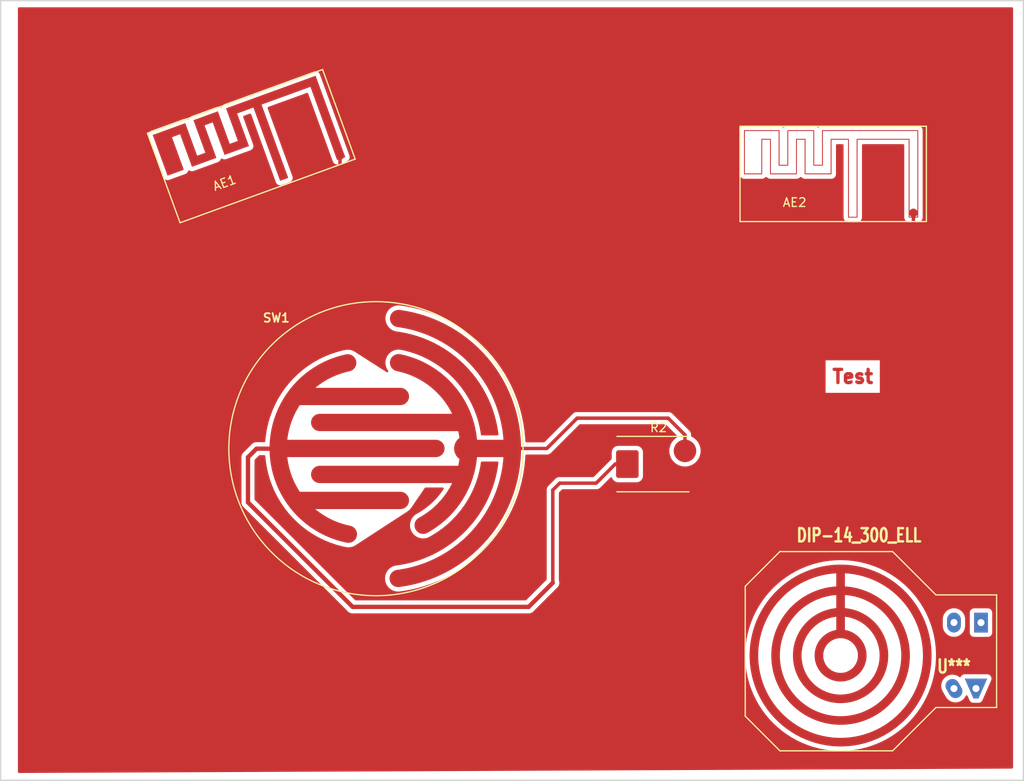
<source format=kicad_pcb>
(kicad_pcb (version 20210424) (generator pcbnew)
  (layers (0 "F.Cu" signal) (31 "B.Cu" signal) (34 "B.Paste" user) (35 "F.Paste" user) (36 "B.SilkS" user "B.Silkscreen") (37 "F.SilkS" user "F.Silkscreen") (38 "B.Mask" user) (39 "F.Mask" user) (44 "Edge.Cuts" user))
  (net 0 "")
  (net 1 "/PAD2")
  (net 2 "/PAD1")
  (net 3 "GND")
  (footprint "Diodes_SMD:DO-214AB" (layer "F.Cu") (at 136.9 101.5)
    (fp_text reference "R2" (at 0 -4.2) (layer "F.SilkS"))
    (fp_text value "R")
    (fp_line (start -4.8 -3.2) (end 3.5 -3.2) (layer "F.SilkS") (width 0.15))
    (fp_line (start 3.5 3.2) (end -4.8 3.2) (layer "F.SilkS") (width 0.15))
    (pad "1" smd roundrect locked (at -3.6 0) (size 2.6 3.2) (layers "F.Cu" "F.Paste" "F.Mask") (roundrect_rratio 0.1) (net 2 "/PAD1"))
    (pad "2" smd circle locked (at 3.048 -1.524) (size 2.6 2.6) (layers "F.Cu" "F.Paste" "F.Mask") (net 1 "/PAD2"))
  )
  (footprint "Connect:1pin" (layer "F.Cu") (at 166.3 72.5)
    (fp_text reference "AE2" (at -13.7 -1.2) (layer "F.SilkS"))
    (fp_text value "Antenna")
    (fp_line (start 1.5 -10) (end 1.5 1) (layer "F.SilkS") (width 0.15))
    (fp_line (start -20 -10) (end 1.5 -10) (layer "F.SilkS") (width 0.15))
    (fp_line (start 1.5 1) (end -20 1) (layer "F.SilkS") (width 0.15))
    (fp_line (start -20 1) (end -20 -10) (layer "F.SilkS") (width 0.15))
    (pad "1" smd custom locked (at 0 0) (size 1 1) (layers "F.Cu" "F.Paste" "F.Mask") (net 3 "GND") (options (clearance outline) (anchor circle)) (primitives (gr_line (start -0.4928 -8.5) (end -0.4928 0.5) (width 0.1)) (gr_line (start -6.4928 -8.5) (end -0.4928 -8.5) (width 0.1)) (gr_line (start -6.4928 0.5) (end -6.4928 -8.5) (width 0.1)) (gr_line (start -7.4928 0.5) (end -6.4928 0.5) (width 0.1)) (gr_line (start -7.4928 -8.5) (end -7.4928 0.5) (width 0.1)) (gr_line (start -9.4928 -8.5) (end -7.4928 -8.5) (width 0.1)) (gr_line (start -9.4928 -4.5) (end -9.4928 -8.5) (width 0.1)) (gr_line (start -12.4928 -4.5) (end -9.4928 -4.5) (width 0.1)) (gr_line (start -12.4928 -8.5) (end -12.4928 -4.5) (width 0.1)) (gr_line (start -13.4928 -8.5) (end -12.4928 -8.5) (width 0.1)) (gr_line (start -13.4928 -4.5) (end -13.4928 -8.5) (width 0.1)) (gr_line (start -16.4928 -4.5) (end -13.4928 -4.5) (width 0.1)) (gr_line (start -16.4928 -8.5) (end -16.4928 -4.5) (width 0.1)) (gr_line (start -17.4928 -8.5) (end -16.4928 -8.5) (width 0.1)) (gr_line (start -17.4928 -4.5) (end -17.4928 -8.5) (width 0.1)) (gr_line (start -19.4928 -4.5) (end -17.4928 -4.5) (width 0.1)) (gr_line (start -19.4928 -9.5) (end -19.4928 -4.5) (width 0.1)) (gr_line (start -15.4928 -9.5) (end -19.4928 -9.5) (width 0.1)) (gr_line (start -15.4928 -5.5) (end -15.4928 -9.5) (width 0.1)) (gr_line (start -14.4928 -5.5) (end -15.4928 -5.5) (width 0.1)) (gr_line (start -14.4928 -9.5) (end -14.4928 -5.5) (width 0.1)) (gr_line (start -11.4928 -9.5) (end -14.4928 -9.5) (width 0.1)) (gr_line (start -11.4928 -5.5) (end -11.4928 -9.5) (width 0.1)) (gr_line (start -10.4928 -5.5) (end -11.4928 -5.5) (width 0.1)) (gr_line (start -10.4928 -9.5) (end -10.4928 -5.5) (width 0.1)) (gr_line (start 0.5072 -9.5) (end -10.4928 -9.5) (width 0.1)) (gr_line (start 0.5072 0.5) (end 0.5072 -9.5) (width 0.1)) (gr_line (start -0.4928 0.5) (end 0.5072 0.5) (width 0.1))))
  )
  (footprint "Connect:1pin" (layer "F.Cu") (at 100.15 65.86 20)
    (fp_text reference "AE1" (at -13.619 -1.567 20) (layer "F.SilkS"))
    (fp_text value "Antenna")
    (fp_line (start 1.5 1) (end -20 1) (layer "F.SilkS") (width 0.15))
    (fp_line (start -20 1) (end -20 -10) (layer "F.SilkS") (width 0.15))
    (fp_line (start 1.5 -10) (end 1.5 1) (layer "F.SilkS") (width 0.15))
    (fp_line (start -20 -10) (end 1.5 -10) (layer "F.SilkS") (width 0.15))
    (pad "1" connect custom locked (at 0 0 20) (size 1 1) (layers "F.Cu" "F.Mask") (net 3 "GND") (options (clearance outline) (anchor circle)) (primitives (gr_poly (pts (xy 0.5 0.4) (xy 0.5 -9.6) (xy -10.5 -9.6) (xy -10.5 -5.6) (xy -11.5 -5.6) (xy -11.5 -9.6) (xy -14.5 -9.6) (xy -14.5 -5.6) (xy -15.5 -5.6) (xy -15.5 -9.6) (xy -19.5 -9.6) (xy -19.5 -4.6) (xy -17.5 -4.6) (xy -17.5 -8.6) (xy -16.5 -8.6) (xy -16.5 -4.6) (xy -13.5 -4.6) (xy -13.5 -8.6) (xy -12.5 -8.6) (xy -12.5 -4.6) (xy -9.5 -4.6) (xy -9.5 -8.6) (xy -7.5 -8.6) (xy -7.5 0.4) (xy -6.5 0.4) (xy -6.5 -8.6) (xy -0.5 -8.6) (xy -0.5 0.4)) (width 0) (fill yes))))
  )
  (footprint "Dip_sockets:DIP-14__300_ELL" (layer "F.Cu") (at 165.9 123.6 180)
    (fp_text reference "U***" (at -5.08 -1.27 180) (layer "F.SilkS") (effects (font (size 1.524 1.143) (thickness 0.3048))))
    (fp_text value "DIP-14_300_ELL" (at 5.88 13.872 180) (layer "F.SilkS") (effects (font (size 1.524 1.143) (thickness 0.3048))))
    (fp_line (start 19 -7) (end 19 8) (layer "F.SilkS") (width 0.15))
    (fp_line (start -3 -6) (end 2 -11) (layer "F.SilkS") (width 0.15))
    (fp_line (start -10 -6) (end -9 -6) (layer "F.SilkS") (width 0.15))
    (fp_line (start 2 12) (end -3 7) (layer "F.SilkS") (width 0.15))
    (fp_line (start -3 7) (end -10 7) (layer "F.SilkS") (width 0.15))
    (fp_line (start 19 8) (end 15 12) (layer "F.SilkS") (width 0.15))
    (fp_line (start -10 7) (end -10 -6) (layer "F.SilkS") (width 0.15))
    (fp_line (start 2 -11) (end 15 -11) (layer "F.SilkS") (width 0.15))
    (fp_line (start 15 -11) (end 19 -7) (layer "F.SilkS") (width 0.15))
    (fp_line (start -9 -6) (end -3 -6) (layer "F.SilkS") (width 0.15))
    (fp_line (start 15 12) (end 2 12) (layer "F.SilkS") (width 0.15))
    (pad "1" thru_hole rect locked (at -8.2 3.8 180) (size 1.5748 2.286) (drill 0.8128) (layers *.Cu *.Mask))
    (pad "2" thru_hole oval locked (at -5.08 3.81 180) (size 1.5748 2.286) (drill 0.8128) (layers *.Cu *.Mask))
    (pad "3" thru_hole trapezoid locked (at -7.62 -3.81 180) (size 1.5748 2.286) (rect_delta 0 1) (drill 0.8128) (layers *.Cu *.Mask))
    (pad "4" thru_hole oval locked (at -5.08 -3.81 210) (size 1.5748 2.286) (drill 0.8128) (layers *.Cu *.Mask))
    (pad "5" connect custom locked (at 8 10 180) (size 1 1) (layers "F.Cu" "F.Mask") (options (clearance convexhull) (anchor circle)) (primitives (gr_circle (center 0 -10) (end 2.5 -10) (width 1)) (gr_circle (center 0 -10) (end 5 -10) (width 1)) (gr_circle (center 0 -10) (end 7.5 -10) (width 1)) (gr_circle (center 0 -10) (end 10 -10) (width 1)) (gr_line (start 0 0) (end 0 -7.5) (width 1))))
  )
  (footprint "Discret:C2" (layer "F.Cu") (at 104.299 99.72)
    (fp_text reference "SW1" (at -11.5 -15.1) (layer "F.SilkS") (effects (font (thickness 0.2))))
    (fp_text value "R" hide)
    (fp_circle (center 0 0) (end 12.065 -11.938) (layer "F.SilkS") (width 0.15) (fill none))
    (pad "1" connect custom locked (at -11.081 -0.025 90) (size 1.397 1.397) (layers "F.Cu" "F.Mask") (net 2 "/PAD1") (options (clearance convexhull) (anchor rect)) (primitives (gr_line (start 6 1.9) (end 6 13.9) (width 2)) (gr_line (start -6 1.9) (end -6 13.9) (width 2)) (gr_line (start 0 -0.1) (end 0 18) (width 2)) (gr_arc (start 0 9.9) (end -9.9 7.9) (angle 156.7) (width 2))))
    (pad "2" connect custom locked (at 10.509 -0.025 270) (size 3 3) (layers "F.Cu" "F.Mask") (net 1 "/PAD2") (options (clearance outline) (anchor circle)) (primitives (gr_line (start 3 0.5) (end 3 17) (width 2)) (gr_line (start -3 0.5) (end -3 17) (width 2)) (gr_arc (start 0 9.9) (end -9.9 7.9) (angle 140) (width 2)) (gr_arc (start 0 9.9) (end -15 7.9) (angle 165) (width 2)) (gr_line (start 0 0) (end 0 -5) (width 2))))
  )
  (gr_line (start 179 48) (end 179 138) (angle 90) (layer "Edge.Cuts") (width 0.15))
  (gr_line (start 179 138) (end 61 138) (angle 90) (layer "Edge.Cuts") (width 0.15))
  (gr_line (start 61 48) (end 179 48) (angle 90) (layer "Edge.Cuts") (width 0.15))
  (gr_line (start 61 138) (end 61 48) (angle 90) (layer "Edge.Cuts") (width 0.15))
  (gr_text "Test" (at 159.3 91.4) (layer "F.Cu") (effects (font (size 1.524 1.524) (thickness 0.381))))
  (segment (start 139.948 98.137523) (end 138.010477 96.2) (width 0.4) (layer "F.Cu") (net 1))
  (segment (start 114.808 99.695) (end 124.005 99.695) (width 0.4) (layer "F.Cu") (net 1))
  (segment (start 138.010477 96.2) (end 127.5 96.2) (width 0.4) (layer "F.Cu") (net 1))
  (segment (start 139.948 99.976) (end 139.948 98.137523) (width 0.4) (layer "F.Cu") (net 1))
  (segment (start 124.005 99.695) (end 127.5 96.2) (width 0.4) (layer "F.Cu") (net 1))
  (segment (start 101.6 117.983) (end 89.535 105.918) (width 0.5) (layer "F.Cu") (net 2))
  (segment (start 129.7 103.7) (end 125.5 103.7) (width 0.4) (layer "F.Cu") (net 2))
  (segment (start 125.5 103.7) (end 124.7 104.5) (width 0.4) (layer "F.Cu") (net 2))
  (segment (start 90.526 99.72) (end 93.799 99.72) (width 0.5) (layer "F.Cu") (net 2))
  (segment (start 121.917 117.983) (end 101.6 117.983) (width 0.5) (layer "F.Cu") (net 2))
  (segment (start 89.535 105.918) (end 89.535 100.711) (width 0.5) (layer "F.Cu") (net 2))
  (segment (start 131.9 101.5) (end 129.7 103.7) (width 0.4) (layer "F.Cu") (net 2))
  (segment (start 89.535 100.711) (end 90.526 99.72) (width 0.5) (layer "F.Cu") (net 2))
  (segment (start 133.3 101.5) (end 131.9 101.5) (width 0.4) (layer "F.Cu") (net 2))
  (segment (start 124.7 104.5) (end 124.7 115.2) (width 0.4) (layer "F.Cu") (net 2))
  (segment (start 124.7 115.2) (end 121.917 117.983) (width 0.5) (layer "F.Cu") (net 2))
  (segment (start 166.3 72.5) (end 166.3 75.5) (width 0.4) (layer "F.Cu") (net 3))
  (segment (start 100.15 68.65) (end 101.6 70.1) (width 0.4) (layer "F.Cu") (net 3))
  (segment (start 100.15 65.86) (end 100.15 68.65) (width 0.4) (layer "F.Cu") (net 3))
  (zone (net 3) (net_name "GND") (layer "F.Cu") (connect_pads (clearance 0.5)) (min_thickness 0.254) (fill yes (thermal_gap 0.508) (thermal_bridge_width 0.508))
    (polygon (pts (xy 62.992 48.768) (xy 177.8 48.768) (xy 177.8 136.652) (xy 62.992 137.16)))
  )
)
</source>
